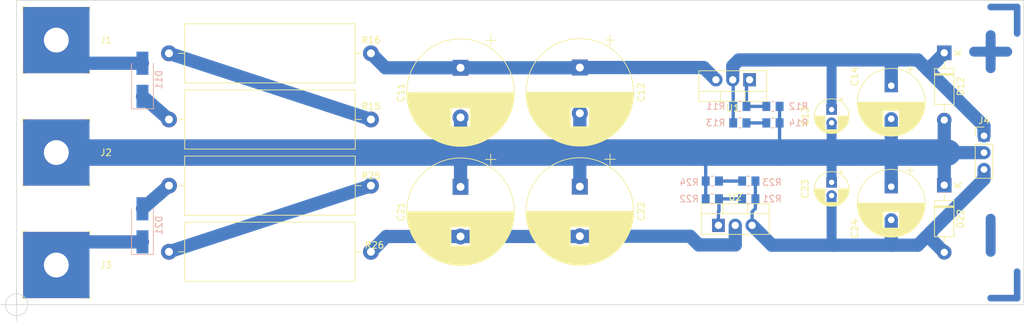
<source format=kicad_pcb>
(kicad_pcb (version 20211014) (generator pcbnew)
  (title_block (title "Bipolar Power Supply") (date "2022-12-30") (rev "0"))
  (layers (0 "F.Cu" signal) (31 "B.Cu" signal) (34 "B.Paste" user) (35 "F.Paste" user) (36 "B.SilkS" user "B.Silkscreen") (37 "F.SilkS" user "F.Silkscreen") (38 "B.Mask" user) (39 "F.Mask" user) (44 "Edge.Cuts" user))
  (net 0 "")
  (net 1 "/VPOS")
  (net 2 "/VNEG")
  (net 3 "Net-(D11-Pad1)")
  (net 4 "Net-(D21-Pad2)")
  (net 5 "Net-(R13-Pad2)")
  (net 6 "/IN_P")
  (net 7 "/GND")
  (net 8 "/IN_N")
  (net 9 "/ADJ_P")
  (net 10 "/ADJ_N")
  (net 11 "Net-(R15-Pad2)")
  (net 12 "Net-(R23-Pad1)")
  (net 13 "Net-(R25-Pad2)")
  (net 14 "/AC_P")
  (net 15 "/AC_N")
  (footprint "Package_TO_SOT_THT:TO-220-3_Vertical" (layer "F.Cu") (at 155.92 88)
    (fp_text reference "U2" (at 2.54 -4.27) (layer "F.SilkS"))
    (fp_text value "LM337_TO-220")
    (pad "1" thru_hole rect (at 0 0) (size 1.905 2) (drill 1.1) (layers *.Cu *.Mask) (net 10 "/ADJ_N"))
    (pad "2" thru_hole oval (at 2.54 0) (size 1.905 2) (drill 1.1) (layers *.Cu *.Mask) (net 8 "/IN_N"))
    (pad "3" thru_hole oval (at 5.08 0) (size 1.905 2) (drill 1.1) (layers *.Cu *.Mask) (net 2 "/VNEG"))
  )
  (footprint "Diode_THT:D_DO-41_SOD81_P10.16mm_Horizontal" (layer "F.Cu") (at 190 61.92 -90)
    (fp_text reference "D12" (at 5.08 -2.47 90) (layer "F.SilkS"))
    (fp_text value "1N4007T")
    (fp_text user "K" (at 0 -2.1 90) (layer "F.SilkS"))
    (pad "1" thru_hole rect (at 0 0 270) (size 2.2 2.2) (drill 1.1) (layers *.Cu *.Mask) (net 1 "/VPOS"))
    (pad "2" thru_hole oval (at 10.16 0 270) (size 2.2 2.2) (drill 1.1) (layers *.Cu *.Mask) (net 7 "/GND"))
  )
  (footprint "$Local:R_Axial_L25.5mm_D8.7mm_P30.48mm_Horizontal" (layer "F.Cu") (at 73 62)
    (fp_text reference "R16" (at 30.5 -2) (layer "F.SilkS"))
    (fp_text value "5")
    (pad "1" thru_hole circle (at 0 0) (size 2.4 2.4) (drill 1.2) (layers *.Cu *.Mask) (net 11 "Net-(R15-Pad2)"))
    (pad "2" thru_hole oval (at 30.48 0) (size 2.4 2.4) (drill 1.2) (layers *.Cu *.Mask) (net 6 "/IN_P"))
  )
  (footprint "$Local:R_Axial_L25.5mm_D8.7mm_P30.48mm_Horizontal" (layer "F.Cu") (at 73 72)
    (fp_text reference "R15" (at 30.5 -2) (layer "F.SilkS"))
    (fp_text value "5")
    (pad "1" thru_hole circle (at 0 0) (size 2.4 2.4) (drill 1.2) (layers *.Cu *.Mask) (net 3 "Net-(D11-Pad1)"))
    (pad "2" thru_hole oval (at 30.48 0) (size 2.4 2.4) (drill 1.2) (layers *.Cu *.Mask) (net 11 "Net-(R15-Pad2)"))
  )
  (footprint "$Local:ScrewTerminal_01x01_6-32_10mm" (layer "F.Cu") (at 56 94)
    (fp_text reference "J3" (at 7.5 0) (layer "F.SilkS"))
    (fp_text value "Screw 6-32")
    (pad "1" thru_hole rect (at 0 0) (size 10 10) (drill 3.75) (layers *.Cu *.Mask) (net 15 "/AC_N"))
  )
  (footprint "Capacitor_THT:CP_Radial_D5.0mm_P2.00mm" (layer "F.Cu") (at 173 81.5 -90)
    (fp_text reference "C23" (at 1 4 90) (layer "F.SilkS"))
    (fp_text value "1uF")
    (pad "1" thru_hole rect (at 0 0 270) (size 1.6 1.6) (drill 0.8) (layers *.Cu *.Mask) (net 7 "/GND"))
    (pad "2" thru_hole circle (at 2 0 270) (size 1.6 1.6) (drill 0.8) (layers *.Cu *.Mask) (net 2 "/VNEG"))
  )
  (footprint "Capacitor_THT:CP_Radial_D16.0mm_P7.50mm" (layer "F.Cu") (at 135 82.147968 -90)
    (fp_text reference "C22" (at 3.75 -9.25 90) (layer "F.SilkS"))
    (fp_text value "2200uF")
    (pad "1" thru_hole rect (at 0 0 270) (size 2.4 2.4) (drill 1.2) (layers *.Cu *.Mask) (net 7 "/GND"))
    (pad "2" thru_hole circle (at 7.5 0 270) (size 2.4 2.4) (drill 1.2) (layers *.Cu *.Mask) (net 8 "/IN_N"))
  )
  (footprint "Diode_THT:D_DO-41_SOD81_P10.16mm_Horizontal" (layer "F.Cu") (at 190 81.92 -90)
    (fp_text reference "D22" (at 5.08 -2.47 90) (layer "F.SilkS"))
    (fp_text value "1N4007T")
    (fp_text user "K" (at 0 -2.1 90) (layer "F.SilkS"))
    (pad "1" thru_hole rect (at 0 0 270) (size 2.2 2.2) (drill 1.1) (layers *.Cu *.Mask) (net 7 "/GND"))
    (pad "2" thru_hole oval (at 10.16 0 270) (size 2.2 2.2) (drill 1.1) (layers *.Cu *.Mask) (net 2 "/VNEG"))
  )
  (footprint "Connector_PinHeader_2.54mm:PinHeader_1x03_P2.54mm_Vertical" (layer "F.Cu") (at 196 74.475)
    (fp_text reference "J4" (at 0 -2.33) (layer "F.SilkS"))
    (fp_text value "Conn_01x03")
    (pad "1" thru_hole rect (at 0 0) (size 1.7 1.7) (drill 1) (layers *.Cu *.Mask) (net 1 "/VPOS"))
    (pad "2" thru_hole oval (at 0 2.54) (size 1.7 1.7) (drill 1) (layers *.Cu *.Mask) (net 7 "/GND"))
    (pad "3" thru_hole oval (at 0 5.08) (size 1.7 1.7) (drill 1) (layers *.Cu *.Mask) (net 2 "/VNEG"))
  )
  (footprint "Capacitor_THT:CP_Radial_D16.0mm_P7.50mm" (layer "F.Cu") (at 117 82.18623 -90)
    (fp_text reference "C21" (at 3.75 9 90) (layer "F.SilkS"))
    (fp_text value "2200uF")
    (pad "1" thru_hole rect (at 0 0 270) (size 2.4 2.4) (drill 1.2) (layers *.Cu *.Mask) (net 7 "/GND"))
    (pad "2" thru_hole circle (at 7.5 0 270) (size 2.4 2.4) (drill 1.2) (layers *.Cu *.Mask) (net 8 "/IN_N"))
  )
  (footprint "Capacitor_THT:CP_Radial_D10.0mm_P5.00mm" (layer "F.Cu") (at 182 66.896969 -90)
    (fp_text reference "C14" (at -1.396969 5.5 90) (layer "F.SilkS"))
    (fp_text value "100uF")
    (pad "1" thru_hole rect (at 0 0 270) (size 2 2) (drill 1) (layers *.Cu *.Mask) (net 1 "/VPOS"))
    (pad "2" thru_hole circle (at 5 0 270) (size 2 2) (drill 1) (layers *.Cu *.Mask) (net 7 "/GND"))
  )
  (footprint "$Local:R_Axial_L25.5mm_D8.7mm_P30.48mm_Horizontal" (layer "F.Cu") (at 73 82)
    (fp_text reference "R25" (at 30.5 -1.5) (layer "F.SilkS"))
    (fp_text value "5")
    (pad "1" thru_hole circle (at 0 0) (size 2.4 2.4) (drill 1.2) (layers *.Cu *.Mask) (net 4 "Net-(D21-Pad2)"))
    (pad "2" thru_hole oval (at 30.48 0) (size 2.4 2.4) (drill 1.2) (layers *.Cu *.Mask) (net 13 "Net-(R25-Pad2)"))
  )
  (footprint "Capacitor_THT:CP_Radial_D16.0mm_P7.50mm" (layer "F.Cu") (at 135 64.147968 -90)
    (fp_text reference "C12" (at 3.75 -9.25 90) (layer "F.SilkS"))
    (fp_text value "2200uF")
    (pad "1" thru_hole rect (at 0 0 270) (size 2.4 2.4) (drill 1.2) (layers *.Cu *.Mask) (net 6 "/IN_P"))
    (pad "2" thru_hole circle (at 6.915802 0 270) (size 2.4 2.4) (drill 1.2) (layers *.Cu *.Mask) (net 7 "/GND"))
  )
  (footprint "Capacitor_THT:CP_Radial_D5.0mm_P2.00mm" (layer "F.Cu") (at 173 70.5 -90)
    (fp_text reference "C13" (at 1 4 90) (layer "F.SilkS"))
    (fp_text value "1uF")
    (pad "1" thru_hole rect (at 0 0 270) (size 1.6 1.6) (drill 0.8) (layers *.Cu *.Mask) (net 1 "/VPOS"))
    (pad "2" thru_hole circle (at 2 0 270) (size 1.6 1.6) (drill 0.8) (layers *.Cu *.Mask) (net 7 "/GND"))
  )
  (footprint "Package_TO_SOT_THT:TO-220-3_Vertical" (layer "F.Cu") (at 160.62 66 180)
    (fp_text reference "U1" (at 2.54 -4.27) (layer "F.SilkS"))
    (fp_text value "LM317_TO-220")
    (pad "1" thru_hole rect (at 0 0 180) (size 1.905 2) (drill 1.1) (layers *.Cu *.Mask) (net 9 "/ADJ_P"))
    (pad "2" thru_hole oval (at 2.54 0 180) (size 1.905 2) (drill 1.1) (layers *.Cu *.Mask) (net 1 "/VPOS"))
    (pad "3" thru_hole oval (at 5.08 0 180) (size 1.905 2) (drill 1.1) (layers *.Cu *.Mask) (net 6 "/IN_P"))
  )
  (footprint "$Local:ScrewTerminal_01x01_6-32_10mm" (layer "F.Cu") (at 56 60)
    (fp_text reference "J1" (at 7.5 0) (layer "F.SilkS"))
    (fp_text value "Screw 6-32")
    (pad "1" thru_hole rect (at 0 0) (size 10 10) (drill 3.75) (layers *.Cu *.Mask) (net 14 "/AC_P"))
  )
  (footprint "$Local:ScrewTerminal_01x01_6-32_10mm" (layer "F.Cu") (at 56 77)
    (fp_text reference "J2" (at 7.5 0) (layer "F.SilkS"))
    (fp_text value "Screw 6-32")
    (pad "1" thru_hole rect (at 0 0) (size 10 10) (drill 3.75) (layers *.Cu *.Mask) (net 7 "/GND"))
  )
  (footprint "Capacitor_THT:CP_Radial_D10.0mm_P5.00mm" (layer "F.Cu") (at 182 82.161615 -90)
    (fp_text reference "C24" (at 6.338385 5.5 90) (layer "F.SilkS"))
    (fp_text value "100uF")
    (pad "1" thru_hole rect (at 0 0 270) (size 2 2) (drill 1) (layers *.Cu *.Mask) (net 7 "/GND"))
    (pad "2" thru_hole circle (at 5 0 270) (size 2 2) (drill 1) (layers *.Cu *.Mask) (net 2 "/VNEG"))
  )
  (footprint "Capacitor_THT:CP_Radial_D16.0mm_P7.50mm" (layer "F.Cu") (at 117 64.18623 -90)
    (fp_text reference "C11" (at 3.75 9 90) (layer "F.SilkS"))
    (fp_text value "2200uF")
    (pad "1" thru_hole rect (at 0 0 270) (size 2.4 2.4) (drill 1.2) (layers *.Cu *.Mask) (net 6 "/IN_P"))
    (pad "2" thru_hole circle (at 7.5 0 270) (size 2.4 2.4) (drill 1.2) (layers *.Cu *.Mask) (net 7 "/GND"))
  )
  (footprint "$Local:R_Axial_L25.5mm_D8.7mm_P30.48mm_Horizontal" (layer "F.Cu") (at 73 92)
    (fp_text reference "R26" (at 31 -1) (layer "F.SilkS"))
    (fp_text value "5")
    (pad "1" thru_hole circle (at 0 0) (size 2.4 2.4) (drill 1.2) (layers *.Cu *.Mask) (net 13 "Net-(R25-Pad2)"))
    (pad "2" thru_hole oval (at 30.48 0) (size 2.4 2.4) (drill 1.2) (layers *.Cu *.Mask) (net 8 "/IN_N"))
  )
  (footprint "$Local:R_0805_2012Metric_Pad1.20x1.40mm_HandSolder" (layer "B.Cu") (at 159.15 70.02)
    (fp_text reference "R11" (at -3.65 -0.02 180) (layer "B.SilkS") (effects (justify mirror)))
    (fp_text value "249")
    (pad "1" smd rect (at -1 0) (size 1.2 1.4) (layers "B.Cu" "B.Paste" "B.Mask") (net 1 "/VPOS"))
    (pad "2" smd rect (at 1 0) (size 1.2 1.4) (layers "B.Cu" "B.Paste" "B.Mask") (net 9 "/ADJ_P"))
  )
  (footprint "Diode_SMD:D_SMA_Handsoldering" (layer "B.Cu") (at 69 66 90)
    (fp_text reference "D11" (at 0 2.5 90) (layer "B.SilkS") (effects (justify mirror)))
    (fp_text value "SK310A")
    (pad "1" smd rect (at -2.5 0 90) (size 3.5 1.8) (layers "B.Cu" "B.Paste" "B.Mask") (net 3 "Net-(D11-Pad1)"))
    (pad "2" smd rect (at 2.5 0 90) (size 3.5 1.8) (layers "B.Cu" "B.Paste" "B.Mask") (net 14 "/AC_P"))
  )
  (footprint "$Local:R_0805_2012Metric_Pad1.20x1.40mm_HandSolder" (layer "B.Cu") (at 159.15 72.52)
    (fp_text reference "R13" (at -3.65 -0.02 180) (layer "B.SilkS") (effects (justify mirror)))
    (fp_text value "249")
    (pad "1" smd rect (at -1 0) (size 1.2 1.4) (layers "B.Cu" "B.Paste" "B.Mask") (net 1 "/VPOS"))
    (pad "2" smd rect (at 1 0) (size 1.2 1.4) (layers "B.Cu" "B.Paste" "B.Mask") (net 5 "Net-(R13-Pad2)"))
  )
  (footprint "$Local:R_0805_2012Metric_Pad1.20x1.40mm_HandSolder" (layer "B.Cu") (at 164.15 70.02)
    (fp_text reference "R12" (at 3.85 -0.02 180) (layer "B.SilkS") (effects (justify mirror)))
    (fp_text value "2.73K")
    (pad "1" smd rect (at -1 0) (size 1.2 1.4) (layers "B.Cu" "B.Paste" "B.Mask") (net 9 "/ADJ_P"))
    (pad "2" smd rect (at 1 0) (size 1.2 1.4) (layers "B.Cu" "B.Paste" "B.Mask") (net 7 "/GND"))
  )
  (footprint "$Local:R_0805_2012Metric_Pad1.20x1.40mm_HandSolder" (layer "B.Cu") (at 160.5 84)
    (fp_text reference "R21" (at 3.5 0 180) (layer "B.SilkS") (effects (justify mirror)))
    (fp_text value "249")
    (pad "1" smd rect (at -1 0) (size 1.2 1.4) (layers "B.Cu" "B.Paste" "B.Mask") (net 10 "/ADJ_N"))
    (pad "2" smd rect (at 1 0) (size 1.2 1.4) (layers "B.Cu" "B.Paste" "B.Mask") (net 2 "/VNEG"))
  )
  (footprint "$Local:R_0805_2012Metric_Pad1.20x1.40mm_HandSolder" (layer "B.Cu") (at 164.15 72.52)
    (fp_text reference "R14" (at 3.85 -0.02 180) (layer "B.SilkS") (effects (justify mirror)))
    (fp_text value "2.73K")
    (pad "1" smd rect (at -1 0) (size 1.2 1.4) (layers "B.Cu" "B.Paste" "B.Mask") (net 5 "Net-(R13-Pad2)"))
    (pad "2" smd rect (at 1 0) (size 1.2 1.4) (layers "B.Cu" "B.Paste" "B.Mask") (net 7 "/GND"))
  )
  (footprint "$Local:R_0805_2012Metric_Pad1.20x1.40mm_HandSolder" (layer "B.Cu") (at 155 81.305)
    (fp_text reference "R24" (at -3.5 0.195 180) (layer "B.SilkS") (effects (justify mirror)))
    (fp_text value "2.73K")
    (pad "1" smd rect (at -1 0) (size 1.2 1.4) (layers "B.Cu" "B.Paste" "B.Mask") (net 7 "/GND"))
    (pad "2" smd rect (at 1 0) (size 1.2 1.4) (layers "B.Cu" "B.Paste" "B.Mask") (net 12 "Net-(R23-Pad1)"))
  )
  (footprint "$Local:R_0805_2012Metric_Pad1.20x1.40mm_HandSolder" (layer "B.Cu") (at 160.5 81.305)
    (fp_text reference "R23" (at 3.5 0.195 180) (layer "B.SilkS") (effects (justify mirror)))
    (fp_text value "249")
    (pad "1" smd rect (at -1 0) (size 1.2 1.4) (layers "B.Cu" "B.Paste" "B.Mask") (net 12 "Net-(R23-Pad1)"))
    (pad "2" smd rect (at 1 0) (size 1.2 1.4) (layers "B.Cu" "B.Paste" "B.Mask") (net 2 "/VNEG"))
  )
  (footprint "$Local:R_0805_2012Metric_Pad1.20x1.40mm_HandSolder" (layer "B.Cu") (at 155 84)
    (fp_text reference "R22" (at -3.5 0 180) (layer "B.SilkS") (effects (justify mirror)))
    (fp_text value "2.73K")
    (pad "1" smd rect (at -1 0) (size 1.2 1.4) (layers "B.Cu" "B.Paste" "B.Mask") (net 7 "/GND"))
    (pad "2" smd rect (at 1 0) (size 1.2 1.4) (layers "B.Cu" "B.Paste" "B.Mask") (net 10 "/ADJ_N"))
  )
  (footprint "Diode_SMD:D_SMA_Handsoldering" (layer "B.Cu") (at 69 88 90)
    (fp_text reference "D21" (at 0 2.5 90) (layer "B.SilkS") (effects (justify mirror)))
    (fp_text value "SK310A")
    (pad "1" smd rect (at -2.5 0 90) (size 3.5 1.8) (layers "B.Cu" "B.Paste" "B.Mask") (net 15 "/AC_N"))
    (pad "2" smd rect (at 2.5 0 90) (size 3.5 1.8) (layers "B.Cu" "B.Paste" "B.Mask") (net 4 "Net-(D21-Pad2)"))
  )
  (gr_rect (start 50 54) (end 202 100) (layer "Edge.Cuts") (width 0.1) (fill none))
  (target plus (at 50 100) (size 5) (width 0.1) (layer "Edge.Cuts"))
  (segment (start 197 55) (end 201 55) (width 1) (layer "B.Cu") (net 0))
  (segment (start 199.5 61.75) (end 194.5 61.75) (width 1.5) (layer "B.Cu") (net 0))
  (segment (start 201 99) (end 197 99) (width 1) (layer "B.Cu") (net 0))
  (segment (start 201 55) (end 201 59) (width 1) (layer "B.Cu") (net 0))
  (segment (start 201 95) (end 201 99) (width 1) (layer "B.Cu") (net 0))
  (segment (start 197 62.75) (end 197 59.25) (width 1.5) (layer "B.Cu") (net 0))
  (segment (start 197 92) (end 197 87) (width 1.5) (layer "B.Cu") (net 0))
  (segment (start 197 64.25) (end 197 62.75) (width 1.5) (layer "B.Cu") (net 0))
  (segment (start 173 63) (end 159 63) (width 2) (layer "B.Cu") (net 1))
  (segment (start 187.5 64.5) (end 186 63) (width 2) (layer "B.Cu") (net 1))
  (segment (start 182 66.896969) (end 182 63) (width 2) (layer "B.Cu") (net 1))
  (segment (start 186 63) (end 183 63) (width 2) (layer "B.Cu") (net 1))
  (segment (start 173 70.5) (end 173 63) (width 1.5) (layer "B.Cu") (net 1))
  (segment (start 190 62) (end 187.5 64.5) (width 2) (layer "B.Cu") (net 1))
  (segment (start 196 74.475) (end 196 73) (width 2) (layer "B.Cu") (net 1))
  (segment (start 158.15 70.02) (end 158.15 66.07) (width 0.5) (layer "B.Cu") (net 1))
  (segment (start 190 61.92) (end 190 62) (width 2) (layer "B.Cu") (net 1))
  (segment (start 158.15 66.07) (end 158.08 66) (width 0.5) (layer "B.Cu") (net 1))
  (segment (start 158.15 70.02) (end 158.15 72.52) (width 0.5) (layer "B.Cu") (net 1))
  (segment (start 196 73) (end 187.5 64.5) (width 2) (layer "B.Cu") (net 1))
  (segment (start 183 63) (end 173 63) (width 2) (layer "B.Cu") (net 1))
  (segment (start 159 63) (end 158.08 63.92) (width 2) (layer "B.Cu") (net 1))
  (segment (start 158.08 63.92) (end 158.08 66) (width 2) (layer "B.Cu") (net 1))
  (segment (start 186 91) (end 188 89) (width 2) (layer "B.Cu") (net 2))
  (segment (start 161.5 81.305) (end 161.5 84) (width 0.5) (layer "B.Cu") (net 2))
  (segment (start 196 81) (end 196 79.555) (width 2) (layer "B.Cu") (net 2))
  (segment (start 173 90.73) (end 173 83.5) (width 1.5) (layer "B.Cu") (net 2))
  (segment (start 188 89) (end 196 81) (width 2) (layer "B.Cu") (net 2))
  (segment (start 173.27 91) (end 182 91) (width 2) (layer "B.Cu") (net 2))
  (segment (start 182 87.161615) (end 182 91) (width 2) (layer "B.Cu") (net 2))
  (segment (start 161.5 85.45) (end 161 85.95) (width 0.5) (layer "B.Cu") (net 2))
  (segment (start 173.27 91) (end 173 90.73) (width 1.5) (layer "B.Cu") (net 2))
  (segment (start 182 91) (end 186 91) (width 2) (layer "B.Cu") (net 2))
  (segment (start 188 90.08) (end 188 89) (width 2) (layer "B.Cu") (net 2))
  (segment (start 161 85.95) (end 161 88) (width 0.5) (layer "B.Cu") (net 2))
  (segment (start 161.5 84) (end 161.5 85.45) (width 0.5) (layer "B.Cu") (net 2))
  (segment (start 190 92.08) (end 188 90.08) (width 2) (layer "B.Cu") (net 2))
  (segment (start 164 91) (end 161 88) (width 2) (layer "B.Cu") (net 2))
  (segment (start 173.27 91) (end 164 91) (width 2) (layer "B.Cu") (net 2))
  (segment (start 69 68.5) (end 73 72) (width 2) (layer "B.Cu") (net 3))
  (segment (start 69 85.5) (end 73 82) (width 2) (layer "B.Cu") (net 4))
  (segment (start 160.15 72.52) (end 163.15 72.52) (width 0.5) (layer "B.Cu") (net 5))
  (segment (start 105.66623 64.18623) (end 103.48 62) (width 2) (layer "B.Cu") (net 6))
  (segment (start 117 64.18623) (end 105.66623 64.18623) (width 2) (layer "B.Cu") (net 6))
  (segment (start 134.961738 64.18623) (end 135 64.147968) (width 2) (layer "B.Cu") (net 6))
  (segment (start 117 64.18623) (end 134.961738 64.18623) (width 2) (layer "B.Cu") (net 6))
  (segment (start 135 64.147968) (end 153.687968 64.147968) (width 2) (layer "B.Cu") (net 6))
  (segment (start 153.687968 64.147968) (end 155.54 66) (width 2) (layer "B.Cu") (net 6))
  (segment (start 117 71.68623) (end 117 76) (width 2) (layer "B.Cu") (net 7))
  (segment (start 190.515 77.015) (end 190.5 77) (width 2) (layer "B.Cu") (net 7))
  (segment (start 173 77.2) (end 173.2 77) (width 1.5) (layer "B.Cu") (net 7))
  (segment (start 190.5 77) (end 183 77) (width 4) (layer "B.Cu") (net 7))
  (segment (start 154 81.305) (end 154 79) (width 0.5) (layer "B.Cu") (net 7))
  (segment (start 190 77.5) (end 190.5 77) (width 2) (layer "B.Cu") (net 7))
  (segment (start 196 77.015) (end 190.515 77.015) (width 2) (layer "B.Cu") (net 7))
  (segment (start 152 77) (end 136 77) (width 4) (layer "B.Cu") (net 7))
  (segment (start 165.15 76.85) (end 165 77) (width 0.5) (layer "B.Cu") (net 7))
  (segment (start 117 78) (end 116 77) (width 2) (layer "B.Cu") (net 7))
  (segment (start 135 71.06377) (end 135 76) (width 2) (layer "B.Cu") (net 7))
  (segment (start 182 71.896969) (end 182 76) (width 2) (layer "B.Cu") (net 7))
  (segment (start 176 77) (end 173.2 77) (width 4) (layer "B.Cu") (net 7))
  (segment (start 165 77) (end 152 77) (width 4) (layer "B.Cu") (net 7))
  (segment (start 190 72.08) (end 190 76.5) (width 2) (layer "B.Cu") (net 7))
  (segment (start 165.15 70.02) (end 165.15 72.52) (width 0.5) (layer "B.Cu") (net 7))
  (segment (start 182 78) (end 183 77) (width 2) (layer "B.Cu") (net 7))
  (segment (start 165.15 72.52) (end 165.15 76.85) (width 0.5) (layer "B.Cu") (net 7))
  (segment (start 190 81.92) (end 190 77.5) (width 2) (layer "B.Cu") (net 7))
  (segment (start 182 82.161615) (end 182 78) (width 2) (layer "B.Cu") (net 7))
  (segment (start 183 77) (end 176 77) (width 4) (layer "B.Cu") (net 7))
  (segment (start 173 76.8) (end 173.2 77) (width 1.5) (layer "B.Cu") (net 7))
  (segment (start 190 76.5) (end 190.5 77) (width 2) (layer "B.Cu") (net 7))
  (segment (start 154 84) (end 154 81.305) (width 0.5) (layer "B.Cu") (net 7))
  (segment (start 173.2 77) (end 165 77) (width 4) (layer "B.Cu") (net 7))
  (segment (start 135 82.147968) (end 135 78) (width 2) (layer "B.Cu") (net 7))
  (segment (start 117 82.18623) (end 117 78) (width 2) (layer "B.Cu") (net 7))
  (segment (start 173 72.5) (end 173 76.8) (width 1.5) (layer "B.Cu") (net 7))
  (segment (start 135 78) (end 136 77) (width 2) (layer "B.Cu") (net 7))
  (segment (start 182 76) (end 183 77) (width 2) (layer "B.Cu") (net 7))
  (segment (start 136 77) (end 116 77) (width 4) (layer "B.Cu") (net 7))
  (segment (start 154 79) (end 152 77) (width 0.5) (layer "B.Cu") (net 7))
  (segment (start 135 76) (end 136 77) (width 2) (layer "B.Cu") (net 7))
  (segment (start 117 76) (end 116 77) (width 2) (layer "B.Cu") (net 7))
  (segment (start 116 77) (end 56 77) (width 4) (layer "B.Cu") (net 7))
  (segment (start 173 81.5) (end 173 77.2) (width 1.5) (layer "B.Cu") (net 7))
  (segment (start 117 89.68623) (end 134.961738 89.68623) (width 2) (layer "B.Cu") (net 8))
  (segment (start 152.96 90.96) (end 158.46 90.96) (width 2) (layer "B.Cu") (net 8))
  (segment (start 117 89.68623) (end 105.79377 89.68623) (width 2) (layer "B.Cu") (net 8))
  (segment (start 105.79377 89.68623) (end 103.48 92) (width 2) (layer "B.Cu") (net 8))
  (segment (start 158.46 90.96) (end 158.46 88) (width 2) (layer "B.Cu") (net 8))
  (segment (start 134.961738 89.68623) (end 135 89.647968) (width 2) (layer "B.Cu") (net 8))
  (segment (start 135 89.647968) (end 151.647968 89.647968) (width 2) (layer "B.Cu") (net 8))
  (segment (start 151.647968 89.647968) (end 152.96 90.96) (width 2) (layer "B.Cu") (net 8))
  (segment (start 160.62 66) (end 160.15 66.47) (width 0.5) (layer "B.Cu") (net 9))
  (segment (start 160.15 66.47) (end 160.15 70.02) (width 0.5) (layer "B.Cu") (net 9))
  (segment (start 160.15 70.02) (end 163.15 70.02) (width 0.5) (layer "B.Cu") (net 9))
  (segment (start 155.92 85.93) (end 155.92 88) (width 0.5) (layer "B.Cu") (net 10))
  (segment (start 159.5 84) (end 156 84) (width 0.5) (layer "B.Cu") (net 10))
  (segment (start 156 85.85) (end 155.92 85.93) (width 0.5) (layer "B.Cu") (net 10))
  (segment (start 156 84) (end 156 85.85) (width 0.5) (layer "B.Cu") (net 10))
  (segment (start 73 62) (end 103.48 72) (width 2) (layer "B.Cu") (net 11))
  (segment (start 156 81.305) (end 159.5 81.305) (width 0.5) (layer "B.Cu") (net 12))
  (segment (start 73 92) (end 103.48 82) (width 2) (layer "B.Cu") (net 13))
  (segment (start 59.5 63.5) (end 56 60) (width 2) (layer "B.Cu") (net 14))
  (segment (start 69 63.5) (end 59.5 63.5) (width 2) (layer "B.Cu") (net 14))
  (segment (start 69 90.5) (end 59.5 90.5) (width 2) (layer "B.Cu") (net 15))
  (segment (start 59.5 90.5) (end 56 94) (width 2) (layer "B.Cu") (net 15))
)
</source>
